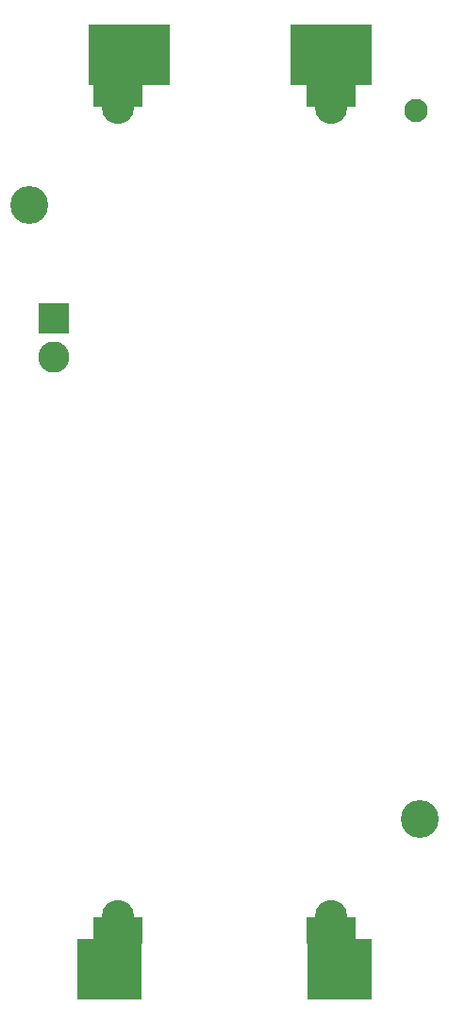
<source format=gts>
%TF.GenerationSoftware,KiCad,Pcbnew,4.0.4-stable*%
%TF.CreationDate,2017-05-07T02:49:31+03:00*%
%TF.ProjectId,18650_pcb,31383635305F7063622E6B696361645F,rev?*%
%TF.FileFunction,Soldermask,Top*%
%FSLAX46Y46*%
G04 Gerber Fmt 4.6, Leading zero omitted, Abs format (unit mm)*
G04 Created by KiCad (PCBNEW 4.0.4-stable) date 05/07/17 02:49:31*
%MOMM*%
%LPD*%
G01*
G04 APERTURE LIST*
%ADD10C,0.200000*%
%ADD11C,2.900000*%
%ADD12R,7.400000X5.400000*%
%ADD13R,5.800000X5.400000*%
%ADD14C,2.100000*%
%ADD15C,3.400000*%
%ADD16R,4.400000X2.400000*%
%ADD17C,2.800000*%
%ADD18R,2.800000X2.800000*%
G04 APERTURE END LIST*
D10*
D11*
X140450000Y-63750000D03*
X159550000Y-63750000D03*
X140450000Y-136250000D03*
X159550000Y-136250000D03*
D12*
X141450000Y-59000000D03*
X159550000Y-59000000D03*
D13*
X139650000Y-141000000D03*
X160350000Y-141000000D03*
D14*
X167200000Y-64000000D03*
D15*
X132500000Y-72500000D03*
X167500000Y-127500000D03*
D16*
X140450000Y-62500000D03*
X159550000Y-62500000D03*
X140450000Y-137500000D03*
X159550000Y-137500000D03*
D17*
X134678620Y-86108040D03*
D18*
X134678620Y-82608040D03*
M02*

</source>
